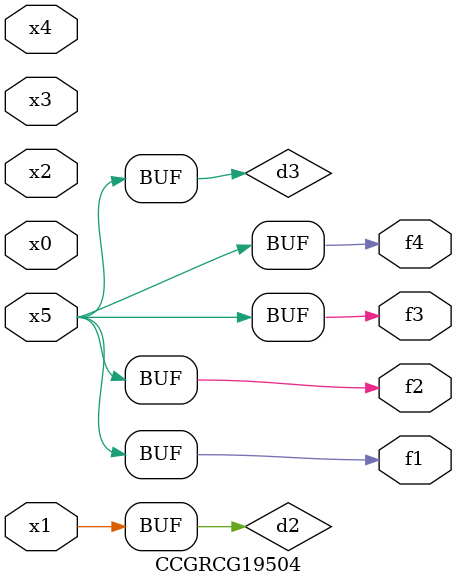
<source format=v>
module CCGRCG19504(
	input x0, x1, x2, x3, x4, x5,
	output f1, f2, f3, f4
);

	wire d1, d2, d3;

	not (d1, x5);
	or (d2, x1);
	xnor (d3, d1);
	assign f1 = d3;
	assign f2 = d3;
	assign f3 = d3;
	assign f4 = d3;
endmodule

</source>
